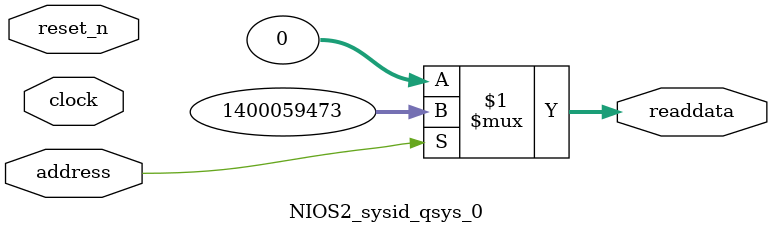
<source format=v>

`timescale 1ns / 1ps
// synthesis translate_on

// turn off superfluous verilog processor warnings 
// altera message_level Level1 
// altera message_off 10034 10035 10036 10037 10230 10240 10030 

module NIOS2_sysid_qsys_0 (
               // inputs:
                address,
                clock,
                reset_n,

               // outputs:
                readdata
             )
;

  output  [ 31: 0] readdata;
  input            address;
  input            clock;
  input            reset_n;

  wire    [ 31: 0] readdata;
  //control_slave, which is an e_avalon_slave
  assign readdata = address ? 1400059473 : 0;

endmodule




</source>
